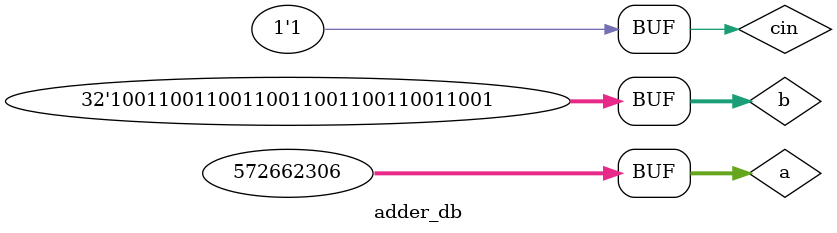
<source format=v>
`timescale 1ns / 1ps


module adder_db();
reg [31:0] a,b;
reg cin;
wire cout;
wire [31:0] sum;

adder adder_test(
    .a(a),
    .b(b),
    .cin(cin),
    .sum(sum),
    .cout(cout)
);

initial begin
    a=32'h00000001;
    b=32'h00000007;
    cin = 0;
    #200;
    a=32'h22222222;
    b=32'h99999999;
    cin = 1;
    #200;
end
endmodule

</source>
